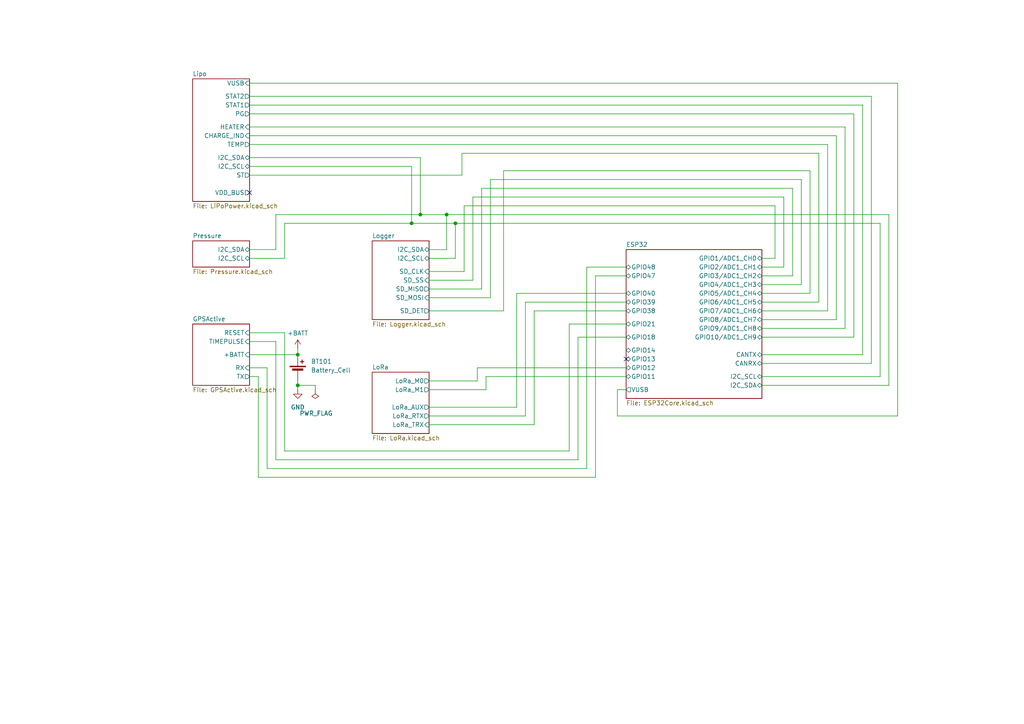
<source format=kicad_sch>
(kicad_sch (version 20231120) (generator "eeschema") (generator_version "8.0")
  (paper "A4")
  (lib_symbols
    (symbol "Device:Battery_Cell" (pin_numbers hide) (pin_names (offset 0) hide)
      (property "Reference" "BT" (at 2.54 2.54 0))
      (property "Value" "Battery_Cell" (at 2.54 0 0))
      (symbol "Battery_Cell_0_1"
        (rectangle (start -2.286 1.778) (end 2.286 1.524) (fill (type outline)))
        (rectangle (start -1.524 1.016) (end 1.524 0.508) (fill (type outline)))
        (polyline (pts (xy 0 0.762) (xy 0 0)))
        (polyline (pts (xy 0 1.778) (xy 0 2.54)))
        (polyline (pts (xy 0.762 3.048) (xy 1.778 3.048)) (stroke (width 0.254)))
        (polyline (pts (xy 1.27 3.556) (xy 1.27 2.54)) (stroke (width 0.254)))
      )
      (symbol "Battery_Cell_1_1"
        (pin passive line (at 0 5.08 270) (length 2.54) (name "+") (number "1"))
        (pin passive line (at 0 -2.54 90) (length 2.54) (name "-") (number "2"))
      )
    )
    (symbol "power:+BATT" (power) (pin_names (offset 0))
      (property "Value" "+BATT" (at 0 3.556 0))
      (symbol "+BATT_0_1"
        (polyline (pts (xy -0.762 1.27) (xy 0 2.54)))
        (polyline (pts (xy 0 0) (xy 0 2.54)))
        (polyline (pts (xy 0 2.54) (xy 0.762 1.27)))
      )
      (symbol "+BATT_1_1"
        (pin power_in line (at 0 0 90) (length 0) hide (name "+BATT") (number "1"))
      )
    )
    (symbol "power:GND" (power) (pin_numbers hide) (pin_names (offset 0) hide)
      (property "Value" "GND" (at 0 -3.81 0))
      (symbol "GND_0_1"
        (polyline (pts (xy 0 0) (xy 0 -1.27) (xy 1.27 -1.27) (xy 0 -2.54) (xy -1.27 -1.27) (xy 0 -1.27)))
      )
      (symbol "GND_1_1"
        (pin power_in line (at 0 0 270) (length 0) (name "~") (number "1"))
      )
    )
    (symbol "power:PWR_FLAG" (power) (pin_numbers hide) (pin_names (offset 0) hide)
      (property "Value" "PWR_FLAG" (at 0 3.81 0))
      (symbol "PWR_FLAG_0_0"
        (pin power_out line (at 0 0 90) (length 0) (name "~") (number "1"))
      )
      (symbol "PWR_FLAG_0_1"
        (polyline (pts (xy 0 0) (xy 0 1.27) (xy -1.016 1.905) (xy 0 2.54) (xy 1.016 1.905) (xy 0 1.27)))
      )
    )
  )
  (junction (at 86.36 111.76))
  (junction (at 119.38 64.77))
  (junction (at 129.54 62.23))
  (junction (at 86.36 102.87))
  (junction (at 121.92 62.23))
  (junction (at 132.08 64.77))
  (no_connect (at 181.61 104.14))
  (no_connect (at 72.39 55.88))
  (wire (pts (xy 129.54 72.39) (xy 129.54 62.23)))
  (wire (pts (xy 124.46 90.17) (xy 146.05 90.17)))
  (wire (pts (xy 86.36 113.03) (xy 86.36 111.76)))
  (wire (pts (xy 146.05 90.17) (xy 146.05 49.53)))
  (wire (pts (xy 72.39 50.8) (xy 133.985 50.8)))
  (wire (pts (xy 72.39 99.06) (xy 80.01 99.06)))
  (wire (pts (xy 72.39 102.87) (xy 86.36 102.87)))
  (wire (pts (xy 220.98 105.41) (xy 252.73 105.41)))
  (wire (pts (xy 152.4 87.63) (xy 181.61 87.63)))
  (wire (pts (xy 77.47 135.89) (xy 170.18 135.89)))
  (wire (pts (xy 245.11 36.83) (xy 72.39 36.83)))
  (wire (pts (xy 220.98 92.71) (xy 242.57 92.71)))
  (wire (pts (xy 72.39 106.68) (xy 77.47 106.68)))
  (wire (pts (xy 237.49 44.45) (xy 237.49 87.63)))
  (wire (pts (xy 134.62 78.74) (xy 134.62 59.69)))
  (wire (pts (xy 250.19 102.87) (xy 250.19 30.48)))
  (wire (pts (xy 170.18 135.89) (xy 170.18 77.47)))
  (wire (pts (xy 86.36 101.092) (xy 86.36 102.87)))
  (wire (pts (xy 167.64 97.79) (xy 181.61 97.79)))
  (wire (pts (xy 91.44 111.76) (xy 86.36 111.76)))
  (wire (pts (xy 242.57 39.37) (xy 72.39 39.37)))
  (wire (pts (xy 133.985 50.8) (xy 133.985 44.45)))
  (wire (pts (xy 124.46 81.28) (xy 137.16 81.28)))
  (wire (pts (xy 242.57 92.71) (xy 242.57 39.37)))
  (wire (pts (xy 124.46 110.49) (xy 138.43 110.49)))
  (wire (pts (xy 129.54 62.23) (xy 257.81 62.23)))
  (wire (pts (xy 181.61 113.03) (xy 179.07 113.03)))
  (wire (pts (xy 72.39 109.22) (xy 74.93 109.22)))
  (wire (pts (xy 165.1 130.81) (xy 165.1 93.98)))
  (wire (pts (xy 229.87 80.01) (xy 220.98 80.01)))
  (wire (pts (xy 132.08 64.77) (xy 255.27 64.77)))
  (wire (pts (xy 172.72 138.43) (xy 172.72 80.01)))
  (wire (pts (xy 124.46 123.19) (xy 154.94 123.19)))
  (wire (pts (xy 82.55 74.93) (xy 82.55 64.77)))
  (wire (pts (xy 86.36 111.76) (xy 86.36 110.49)))
  (wire (pts (xy 80.01 62.23) (xy 121.92 62.23)))
  (wire (pts (xy 72.39 74.93) (xy 82.55 74.93)))
  (wire (pts (xy 227.33 77.47) (xy 220.98 77.47)))
  (wire (pts (xy 72.39 72.39) (xy 80.01 72.39)))
  (wire (pts (xy 240.03 90.17) (xy 220.98 90.17)))
  (wire (pts (xy 260.35 24.13) (xy 72.39 24.13)))
  (wire (pts (xy 154.94 123.19) (xy 154.94 90.17)))
  (wire (pts (xy 124.46 78.74) (xy 134.62 78.74)))
  (wire (pts (xy 232.41 82.55) (xy 220.98 82.55)))
  (wire (pts (xy 146.05 49.53) (xy 234.95 49.53)))
  (wire (pts (xy 140.97 109.22) (xy 181.61 109.22)))
  (wire (pts (xy 80.01 72.39) (xy 80.01 62.23)))
  (wire (pts (xy 232.41 52.07) (xy 232.41 82.55)))
  (wire (pts (xy 91.44 113.03) (xy 91.44 111.76)))
  (wire (pts (xy 124.46 86.36) (xy 142.24 86.36)))
  (wire (pts (xy 138.43 110.49) (xy 138.43 106.68)))
  (wire (pts (xy 255.27 64.77) (xy 255.27 109.22)))
  (wire (pts (xy 252.73 27.94) (xy 252.73 105.41)))
  (wire (pts (xy 220.98 97.79) (xy 247.65 97.79)))
  (wire (pts (xy 82.55 130.81) (xy 165.1 130.81)))
  (wire (pts (xy 247.65 97.79) (xy 247.65 33.02)))
  (wire (pts (xy 121.92 62.23) (xy 129.54 62.23)))
  (wire (pts (xy 220.98 102.87) (xy 250.19 102.87)))
  (wire (pts (xy 82.55 96.52) (xy 82.55 130.81)))
  (wire (pts (xy 247.65 33.02) (xy 72.39 33.02)))
  (wire (pts (xy 257.81 62.23) (xy 257.81 111.76)))
  (wire (pts (xy 167.64 133.35) (xy 167.64 97.79)))
  (wire (pts (xy 224.79 74.93) (xy 220.98 74.93)))
  (wire (pts (xy 72.39 48.26) (xy 119.38 48.26)))
  (wire (pts (xy 139.7 54.61) (xy 229.87 54.61)))
  (wire (pts (xy 234.95 85.09) (xy 220.98 85.09)))
  (wire (pts (xy 179.07 120.65) (xy 260.35 120.65)))
  (wire (pts (xy 119.38 64.77) (xy 132.08 64.77)))
  (wire (pts (xy 220.98 111.76) (xy 257.81 111.76)))
  (wire (pts (xy 72.39 27.94) (xy 252.73 27.94)))
  (wire (pts (xy 240.03 41.91) (xy 240.03 90.17)))
  (wire (pts (xy 132.08 74.93) (xy 132.08 64.77)))
  (wire (pts (xy 229.87 54.61) (xy 229.87 80.01)))
  (wire (pts (xy 255.27 109.22) (xy 220.98 109.22)))
  (wire (pts (xy 170.18 77.47) (xy 181.61 77.47)))
  (wire (pts (xy 124.46 72.39) (xy 129.54 72.39)))
  (wire (pts (xy 142.24 86.36) (xy 142.24 52.07)))
  (wire (pts (xy 124.46 83.82) (xy 139.7 83.82)))
  (wire (pts (xy 237.49 87.63) (xy 220.98 87.63)))
  (wire (pts (xy 77.47 106.68) (xy 77.47 135.89)))
  (wire (pts (xy 142.24 52.07) (xy 232.41 52.07)))
  (wire (pts (xy 137.16 57.15) (xy 227.33 57.15)))
  (wire (pts (xy 154.94 90.17) (xy 181.61 90.17)))
  (wire (pts (xy 121.92 45.72) (xy 121.92 62.23)))
  (wire (pts (xy 72.39 41.91) (xy 240.03 41.91)))
  (wire (pts (xy 220.98 95.25) (xy 245.11 95.25)))
  (wire (pts (xy 250.19 30.48) (xy 72.39 30.48)))
  (wire (pts (xy 80.01 99.06) (xy 80.01 133.35)))
  (wire (pts (xy 224.79 59.69) (xy 224.79 74.93)))
  (wire (pts (xy 149.86 118.11) (xy 149.86 85.09)))
  (wire (pts (xy 152.4 120.65) (xy 152.4 87.63)))
  (wire (pts (xy 124.46 118.11) (xy 149.86 118.11)))
  (wire (pts (xy 72.39 96.52) (xy 82.55 96.52)))
  (wire (pts (xy 140.97 113.03) (xy 140.97 109.22)))
  (wire (pts (xy 227.33 57.15) (xy 227.33 77.47)))
  (wire (pts (xy 74.93 109.22) (xy 74.93 138.43)))
  (wire (pts (xy 119.38 48.26) (xy 119.38 64.77)))
  (wire (pts (xy 137.16 81.28) (xy 137.16 57.15)))
  (wire (pts (xy 124.46 113.03) (xy 140.97 113.03)))
  (wire (pts (xy 134.62 59.69) (xy 224.79 59.69)))
  (wire (pts (xy 124.46 120.65) (xy 152.4 120.65)))
  (wire (pts (xy 124.46 74.93) (xy 132.08 74.93)))
  (wire (pts (xy 260.35 120.65) (xy 260.35 24.13)))
  (wire (pts (xy 82.55 64.77) (xy 119.38 64.77)))
  (wire (pts (xy 72.39 45.72) (xy 121.92 45.72)))
  (wire (pts (xy 179.07 113.03) (xy 179.07 120.65)))
  (wire (pts (xy 234.95 49.53) (xy 234.95 85.09)))
  (wire (pts (xy 74.93 138.43) (xy 172.72 138.43)))
  (wire (pts (xy 149.86 85.09) (xy 181.61 85.09)))
  (wire (pts (xy 245.11 95.25) (xy 245.11 36.83)))
  (wire (pts (xy 138.43 106.68) (xy 181.61 106.68)))
  (wire (pts (xy 139.7 83.82) (xy 139.7 54.61)))
  (wire (pts (xy 80.01 133.35) (xy 167.64 133.35)))
  (wire (pts (xy 165.1 93.98) (xy 181.61 93.98)))
  (wire (pts (xy 133.985 44.45) (xy 237.49 44.45)))
  (wire (pts (xy 172.72 80.01) (xy 181.61 80.01)))
  (symbol (lib_id "Device:Battery_Cell") (at 86.36 107.95 0) (unit 1)
    (property "Reference" "BT101" (at 90.17 104.8384 0) (effects (justify left)))
    (property "Value" "Battery_Cell" (at 90.17 107.3784 0) (effects (justify left)))
    (property "Footprint" "WOBCLibrary:cr1220" (effects (hide yes)))
    (property "Description" "Single-cell battery" (effects (hide yes)))
  )
  (symbol (lib_id "power:GND") (at 86.36 113.03 0) (unit 1)
    (property "Reference" "#PWR0101" (effects (hide yes)))
    (property "Value" "GND" (at 86.36 118.11 0))
    (property "Description" "Power symbol creates a global label with name \"GND\" , ground" (effects (hide yes)))
  )
  (symbol (lib_id "power:PWR_FLAG") (at 91.44 113.03 180) (unit 1)
    (property "Reference" "#FLG0101" (effects (hide yes)))
    (property "Value" "PWR_FLAG" (at 91.694 119.888 0))
    (property "Description" "Special symbol for telling ERC where power comes from" (effects (hide yes)))
  )
  (symbol (lib_id "power:+BATT") (at 86.36 101.092 0) (unit 1)
    (property "Reference" "#PWR01502" (effects (hide yes)))
    (property "Value" "+BATT" (at 86.36 96.647 0))
  )
  (sheet (at 55.88 93.98) (size 16.51 17.78) (stroke (width 0.1524))
    (property "Sheetname" "GPSActive" (at 55.88 93.2684 0) (effects (justify left bottom)))
    (property "Sheetfile" "GPSActive.kicad_sch" (at 55.88 112.3446 0) (effects (justify left top)))
    (pin "TX" output (at 72.39 109.22 0))
    (pin "RESET" input (at 72.39 96.52 0))
    (pin "TIMEPULSE" input (at 72.39 99.06 0))
    (pin "+BATT" input (at 72.39 102.87 0))
    (pin "RX" input (at 72.39 106.68 0))
  )
  (sheet (at 181.61 72.39) (size 39.37 43.18) (stroke (width 0.1524))
    (property "Sheetname" "ESP32" (at 181.61 71.6784 0) (effects (justify left bottom)))
    (property "Sheetfile" "ESP32Core.kicad_sch" (at 181.61 116.1546 0) (effects (justify left top)))
    (pin "GPIO3{slash}ADC1_CH2" bidirectional (at 220.98 80.01 0))
    (pin "GPIO2{slash}ADC1_CH1" bidirectional (at 220.98 77.47 0))
    (pin "GPIO5{slash}ADC1_CH4" bidirectional (at 220.98 85.09 0))
    (pin "GPIO4{slash}ADC1_CH3" bidirectional (at 220.98 82.55 0))
    (pin "GPIO1{slash}ADC1_CH0" bidirectional (at 220.98 74.93 0))
    (pin "GPIO6{slash}ADC1_CH5" bidirectional (at 220.98 87.63 0))
    (pin "GPIO7{slash}ADC1_CH6" bidirectional (at 220.98 90.17 0))
    (pin "I2C_SCL" bidirectional (at 220.98 109.22 0))
    (pin "GPIO40" bidirectional (at 181.61 85.09 180))
    (pin "GPIO39" bidirectional (at 181.61 87.63 180))
    (pin "GPIO13" bidirectional (at 181.61 104.14 180))
    (pin "GPIO12" bidirectional (at 181.61 106.68 180))
    (pin "GPIO8{slash}ADC1_CH7" bidirectional (at 220.98 92.71 0))
    (pin "GPIO9{slash}ADC1_CH8" bidirectional (at 220.98 95.25 0))
    (pin "GPIO10{slash}ADC1_CH9" bidirectional (at 220.98 97.79 0))
    (pin "GPIO11" bidirectional (at 181.61 109.22 180))
    (pin "GPIO48" bidirectional (at 181.61 77.47 180))
    (pin "GPIO47" bidirectional (at 181.61 80.01 180))
    (pin "I2C_SDA" bidirectional (at 220.98 111.76 0))
    (pin "GPIO18" bidirectional (at 181.61 97.79 180))
    (pin "GPIO21" bidirectional (at 181.61 93.98 180))
    (pin "GPIO14" bidirectional (at 181.61 101.6 180))
    (pin "GPIO38" bidirectional (at 181.61 90.17 180))
    (pin "VUSB" output (at 181.61 113.03 180))
    (pin "CANTX" bidirectional (at 220.98 102.87 0))
    (pin "CANRX" bidirectional (at 220.98 105.41 0))
  )
  (sheet (at 107.95 69.85) (size 16.51 22.86) (stroke (width 0.1524))
    (property "Sheetname" "Logger" (at 107.95 69.1384 0) (effects (justify left bottom)))
    (property "Sheetfile" "Logger.kicad_sch" (at 107.95 93.2946 0) (effects (justify left top)))
    (pin "SD_DET" output (at 124.46 90.17 0))
    (pin "SD_MOSI" input (at 124.46 86.36 0))
    (pin "SD_MISO" output (at 124.46 83.82 0))
    (pin "SD_SS" input (at 124.46 81.28 0))
    (pin "SD_CLK" input (at 124.46 78.74 0))
    (pin "I2C_SCL" bidirectional (at 124.46 74.93 0))
    (pin "I2C_SDA" bidirectional (at 124.46 72.39 0))
  )
  (sheet (at 55.88 22.86) (size 16.51 35.56) (stroke (width 0.1524))
    (property "Sheetname" "Lipo" (at 55.88 22.1484 0) (effects (justify left bottom)))
    (property "Sheetfile" "LiPoPower.kicad_sch" (at 55.88 59.0046 0) (effects (justify left top)))
    (pin "TEMP" output (at 72.39 41.91 0))
    (pin "CHARGE_IND" input (at 72.39 39.37 0))
    (pin "HEATER" input (at 72.39 36.83 0))
    (pin "PG" output (at 72.39 33.02 0))
    (pin "STAT1" output (at 72.39 30.48 0))
    (pin "STAT2" output (at 72.39 27.94 0))
    (pin "I2C_SCL" bidirectional (at 72.39 48.26 0))
    (pin "I2C_SDA" bidirectional (at 72.39 45.72 0))
    (pin "VDD_BUS" output (at 72.39 55.88 0))
    (pin "ST" output (at 72.39 50.8 0))
    (pin "VUSB" input (at 72.39 24.13 0))
  )
  (sheet (at 107.95 107.95) (size 16.51 17.78) (stroke (width 0.1524))
    (property "Sheetname" "LoRa" (at 107.95 107.2384 0) (effects (justify left bottom)))
    (property "Sheetfile" "LoRa.kicad_sch" (at 107.95 126.3146 0) (effects (justify left top)))
    (pin "LoRa_M0" output (at 124.46 110.49 0))
    (pin "LoRa_AUX" output (at 124.46 118.11 0))
    (pin "LoRa_M1" output (at 124.46 113.03 0))
    (pin "LoRa_RTX" output (at 124.46 120.65 0))
    (pin "LoRa_TRX" input (at 124.46 123.19 0))
  )
  (sheet (at 55.88 69.85) (size 16.51 7.62) (stroke (width 0.1524))
    (property "Sheetname" "Pressure" (at 55.88 69.1384 0) (effects (justify left bottom)))
    (property "Sheetfile" "Pressure.kicad_sch" (at 55.88 78.0546 0) (effects (justify left top)))
    (pin "I2C_SCL" bidirectional (at 72.39 74.93 0))
    (pin "I2C_SDA" bidirectional (at 72.39 72.39 0))
  )
)
</source>
